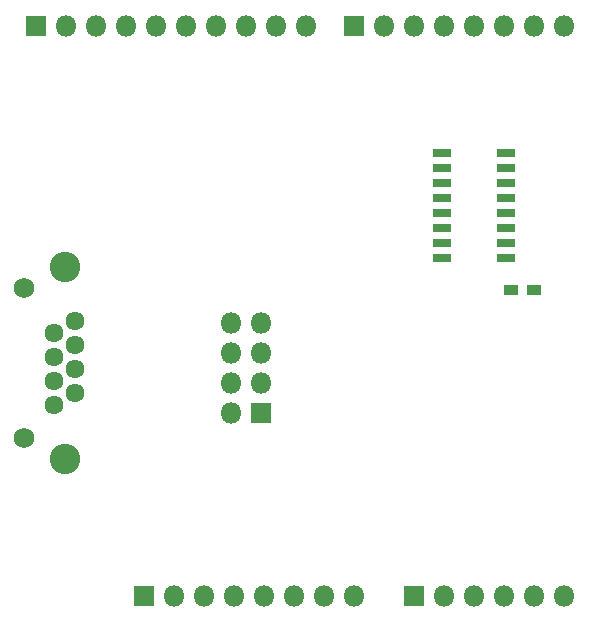
<source format=gbr>
%TF.GenerationSoftware,KiCad,Pcbnew,(5.1.6-0-10_14)*%
%TF.CreationDate,2022-12-08T17:46:00+09:00*%
%TF.ProjectId,MuxReadoutBoard,4d757852-6561-4646-9f75-74426f617264,rev?*%
%TF.SameCoordinates,Original*%
%TF.FileFunction,Soldermask,Bot*%
%TF.FilePolarity,Negative*%
%FSLAX46Y46*%
G04 Gerber Fmt 4.6, Leading zero omitted, Abs format (unit mm)*
G04 Created by KiCad (PCBNEW (5.1.6-0-10_14)) date 2022-12-08 17:46:00*
%MOMM*%
%LPD*%
G01*
G04 APERTURE LIST*
%ADD10R,1.300000X0.850000*%
%ADD11C,2.575000*%
%ADD12C,1.750000*%
%ADD13C,1.609000*%
%ADD14O,1.800000X1.800000*%
%ADD15R,1.800000X1.800000*%
%ADD16R,1.600000X0.700000*%
G04 APERTURE END LIST*
D10*
%TO.C,C1*%
X160594000Y-123952000D03*
X162494000Y-123952000D03*
%TD*%
D11*
%TO.C,J1*%
X122810000Y-122071000D03*
X122810000Y-138271000D03*
D12*
X119380000Y-123821000D03*
X119380000Y-136521000D03*
D13*
X123700000Y-126591000D03*
X121920000Y-127611000D03*
X123700000Y-128631000D03*
X121920000Y-129651000D03*
X123700000Y-130671000D03*
X121920000Y-131691000D03*
X123700000Y-132711000D03*
X121920000Y-133731000D03*
%TD*%
D14*
%TO.C,J5*%
X147320000Y-149860000D03*
X144780000Y-149860000D03*
X142240000Y-149860000D03*
X139700000Y-149860000D03*
X137160000Y-149860000D03*
X134620000Y-149860000D03*
X132080000Y-149860000D03*
D15*
X129540000Y-149860000D03*
%TD*%
D16*
%TO.C,U1*%
X160180000Y-121285000D03*
X160180000Y-120015000D03*
X160180000Y-118745000D03*
X160180000Y-117475000D03*
X160180000Y-116205000D03*
X160180000Y-114935000D03*
X160180000Y-113665000D03*
X160180000Y-112395000D03*
X154780000Y-112395000D03*
X154780000Y-113665000D03*
X154780000Y-114935000D03*
X154780000Y-116205000D03*
X154780000Y-117475000D03*
X154780000Y-118745000D03*
X154780000Y-120015000D03*
X154780000Y-121285000D03*
%TD*%
D14*
%TO.C,J3*%
X143256000Y-101600000D03*
X140716000Y-101600000D03*
X138176000Y-101600000D03*
X135636000Y-101600000D03*
X133096000Y-101600000D03*
X130556000Y-101600000D03*
X128016000Y-101600000D03*
X125476000Y-101600000D03*
X122936000Y-101600000D03*
D15*
X120396000Y-101600000D03*
%TD*%
D14*
%TO.C,J4*%
X165100000Y-101600000D03*
X162560000Y-101600000D03*
X160020000Y-101600000D03*
X157480000Y-101600000D03*
X154940000Y-101600000D03*
X152400000Y-101600000D03*
X149860000Y-101600000D03*
D15*
X147320000Y-101600000D03*
%TD*%
D14*
%TO.C,J6*%
X165100000Y-149860000D03*
X162560000Y-149860000D03*
X160020000Y-149860000D03*
X157480000Y-149860000D03*
X154940000Y-149860000D03*
D15*
X152400000Y-149860000D03*
%TD*%
D14*
%TO.C,J2*%
X136906000Y-126746000D03*
X139446000Y-126746000D03*
X136906000Y-129286000D03*
X139446000Y-129286000D03*
X136906000Y-131826000D03*
X139446000Y-131826000D03*
X136906000Y-134366000D03*
D15*
X139446000Y-134366000D03*
%TD*%
M02*

</source>
